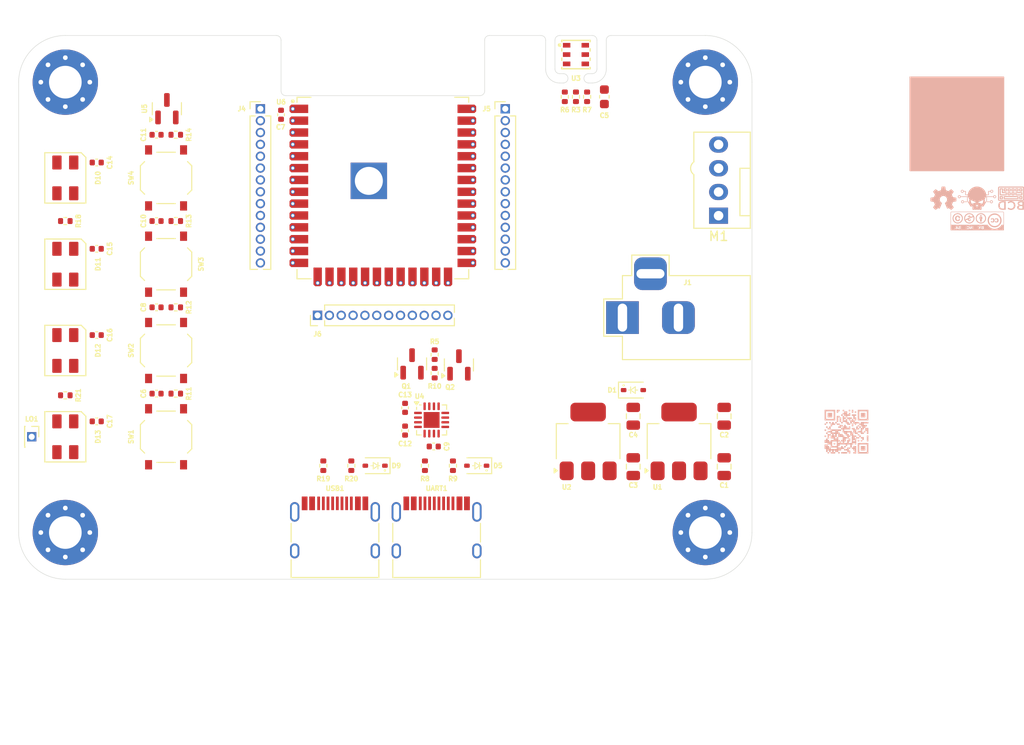
<source format=kicad_pcb>
(kicad_pcb (version 20240108) (generator "pcbnew") (generator_version "8.0")
  (title_block (rev "1") (company "Beaupré Circuit Design"))
  (layers (0 "F.Cu" mixed) (1 "In1.Cu" mixed) (2 "In2.Cu" mixed) (31 "B.Cu" mixed) (34 "B.Paste" user) (35 "F.Paste" user) (36 "B.SilkS" user "B.Silkscreen") (37 "F.SilkS" user "F.Silkscreen") (38 "B.Mask" user) (39 "F.Mask" user) (44 "Edge.Cuts" user))
  (net 0 "")
  (net 1 "GND")
  (net 2 "+12V")
  (net 3 "+5V")
  (net 4 "VCC")
  (net 5 "3V3")
  (net 6 "/GPIO^{0}")
  (net 7 "/GPIO^{13}")
  (net 8 "Net-(U4-V^{3})")
  (net 9 "/GPIO^{12}")
  (net 10 "/~{RESET}")
  (net 11 "V^{UART}")
  (net 12 "V^{USB}")
  (net 13 "Net-(D11-D^{out})")
  (net 14 "Net-(D12-D^{out})")
  (net 15 "/GPIO^{17}")
  (net 16 "/GPIO^{46}")
  (net 17 "/GPIO^{3}")
  (net 18 "/GPIO^{10}")
  (net 19 "/GPIO^{9}")
  (net 20 "/GPIO^{18}")
  (net 21 "/GPIO^{4}")
  (net 22 "/GPIO^{11}")
  (net 23 "/GPIO^{8}")
  (net 24 "/GPIO^{16}")
  (net 25 "/GPIO^{7}")
  (net 26 "/GPIO^{15}")
  (net 27 "/GPIO^{14}")
  (net 28 "/GPIO^{5}")
  (net 29 "/GPIO^{6}")
  (net 30 "/GPIO^{38}")
  (net 31 "/GPIO^{36}")
  (net 32 "/GPIO^{47}")
  (net 33 "/GPIO^{2}")
  (net 34 "/USB_D-")
  (net 35 "/GPIO^{48}")
  (net 36 "/GPIO^{1}")
  (net 37 "/GPIO^{42}")
  (net 38 "/GPIO^{35}")
  (net 39 "/TX^{D}")
  (net 40 "/GPIO^{21}")
  (net 41 "/GPIO^{45}")
  (net 42 "/GPIO^{39}")
  (net 43 "/GPIO^{40}")
  (net 44 "/GPIO^{41}")
  (net 45 "/USB_D+")
  (net 46 "/GPIO^{37}")
  (net 47 "/RX^{D}")
  (net 48 "Net-(LO1-Pin_1)")
  (net 49 "/~{RTS}")
  (net 50 "Net-(Q1-B)")
  (net 51 "Net-(Q2-B)")
  (net 52 "/~{DTR}")
  (net 53 "Net-(U3-VDD)")
  (net 54 "Net-(UART1-CC1)")
  (net 55 "Net-(UART1-CC2)")
  (net 56 "Net-(USB1-CC1)")
  (net 57 "Net-(USB1-CC2)")
  (net 60 "/UART_D-")
  (net 63 "/UART_D+")
  (net 71 "Net-(D10-D^{out})")
  (net 72 "Net-(D10-D^{in})")
  (net 73 "Net-(D13-D^{out})")
  (net 74 "Net-(U5-~{Reset})")
  (footprint "OPSCO_Optoelectronics:SK6812MINI-HS" (layer "F.Cu") (at 100.92 72.261 -90)
    (property "Reference" "D10" (at 0 -3.5 -90) (layer "F.SilkS") (effects (font (size 0.5 0.5) (thickness 0.125))))
    (property "Value" "SK6812MINI-HS")
    (pad "1" smd roundrect (at -1.65 -0.9 270) (size 1.5 1) (layers "F.Cu" "F.Paste" "F.Mask") (roundrect_rratio 0.1) (net 5 "3V3"))
    (pad "2" smd roundrect (at -1.65 0.9 270) (size 1.5 1) (layers "F.Cu" "F.Paste" "F.Mask") (roundrect_rratio 0.1) (net 71 "Net-(D10-D^{out})"))
    (pad "3" smd roundrect (at 1.65 0.9 270) (size 1.5 1) (layers "F.Cu" "F.Paste" "F.Mask") (roundrect_rratio 0.1) (net 1 "GND"))
    (pad "4" smd roundrect (at 1.65 -0.9 270) (size 1.5 1) (layers "F.Cu" "F.Paste" "F.Mask") (roundrect_rratio 0.1) (net 72 "Net-(D10-D^{in})"))
  )
  (footprint "MountingHole:MountingHole_3.5mm_Pad_Via" (layer "F.Cu") (at 169.5 62 180)
    (property "Reference" "H3" (hide yes))
    (property "Value" "MountingHole_Pad")
    (pad "1" thru_hole circle (at -2.625 0 180) (size 0.8 0.8) (drill 0.5) (layers "*.Cu" "*.Mask") (net 1 "GND"))
    (pad "1" thru_hole circle (at -1.856155 -1.856155 180) (size 0.8 0.8) (drill 0.5) (layers "*.Cu" "*.Mask") (net 1 "GND"))
    (pad "1" thru_hole circle (at -1.856155 1.856155 180) (size 0.8 0.8) (drill 0.5) (layers "*.Cu" "*.Mask") (net 1 "GND"))
    (pad "1" thru_hole circle (at 0 -2.625 180) (size 0.8 0.8) (drill 0.5) (layers "*.Cu" "*.Mask") (net 1 "GND"))
    (pad "1" thru_hole circle (at 0 0 180) (size 7 7) (drill 3.5) (layers "*.Cu" "*.Mask") (net 1 "GND"))
    (pad "1" thru_hole circle (at 0 2.625 180) (size 0.8 0.8) (drill 0.5) (layers "*.Cu" "*.Mask") (net 1 "GND"))
    (pad "1" thru_hole circle (at 1.856155 -1.856155 180) (size 0.8 0.8) (drill 0.5) (layers "*.Cu" "*.Mask") (net 1 "GND"))
    (pad "1" thru_hole circle (at 1.856155 1.856155 180) (size 0.8 0.8) (drill 0.5) (layers "*.Cu" "*.Mask") (net 1 "GND"))
    (pad "1" thru_hole circle (at 2.625 0 180) (size 0.8 0.8) (drill 0.5) (layers "*.Cu" "*.Mask") (net 1 "GND"))
  )
  (footprint "Diode_SMD_Symbol:D_SOD-323" (layer "F.Cu") (at 145.0058 103.10078 180)
    (property "Reference" "D5" (at -1.7 0 0) (layer "F.SilkS") (effects (font (size 0.5 0.5) (thickness 0.125)) (justify left)))
    (property "Value" "1N5819WS")
    (pad "1" smd roundrect (at -1.05 0 180) (size 0.6 0.45) (layers "F.Cu" "F.Paste" "F.Mask") (net 4 "VCC"))
    (pad "2" smd roundrect (at 1.05 0 180) (size 0.6 0.45) (layers "F.Cu" "F.Paste" "F.Mask") (net 11 "V^{UART}"))
  )
  (footprint "Resistor_SMD:R_0402_1005Metric" (layer "F.Cu") (at 112.755 86.13 180)
    (property "Reference" "R12" (at -1.4 0 90) (layer "F.SilkS") (effects (font (size 0.5 0.5) (thickness 0.125))))
    (property "Value" "10kΩ")
    (pad "1" smd roundrect (at -0.51 0 180) (size 0.54 0.64) (layers "F.Cu" "F.Paste" "F.Mask") (net 5 "3V3"))
    (pad "2" smd roundrect (at 0.51 0 180) (size 0.54 0.64) (layers "F.Cu" "F.Paste" "F.Mask") (net 7 "/GPIO^{13}"))
  )
  (footprint "Guangzhou_Aosong_Electronic_Co:AHT20" (layer "F.Cu") (at 155.6375 59.045 180)
    (property "Reference" "U3" (at 0 -2.545 0) (layer "F.SilkS") (effects (font (size 0.5 0.5) (thickness 0.125))))
    (property "Value" "AHT20")
    (pad "1" smd rect (at 1 1) (size 0.8 0.5) (layers "F.Cu" "F.Paste" "F.Mask"))
    (pad "2" smd rect (at 1 0) (size 0.8 0.5) (layers "F.Cu" "F.Paste" "F.Mask") (net 53 "Net-(U3-VDD)"))
    (pad "3" smd rect (at 1 -1) (size 0.8 0.5) (layers "F.Cu" "F.Paste" "F.Mask") (net 43 "/GPIO^{40}"))
    (pad "4" smd rect (at -1 -1) (size 0.8 0.5) (layers "F.Cu" "F.Paste" "F.Mask") (net 44 "/GPIO^{41}"))
    (pad "5" smd rect (at -1 0) (size 0.8 0.5) (layers "F.Cu" "F.Paste" "F.Mask") (net 1 "GND"))
    (pad "6" smd rect (at -1 1) (size 0.8 0.5) (layers "F.Cu" "F.Paste" "F.Mask"))
  )
  (footprint "Resistor_SMD:R_0402_1005Metric" (layer "F.Cu") (at 100.92 95.556 180)
    (property "Reference" "R21" (at -1.4 0 90) (layer "F.SilkS") (effects (font (size 0.5 0.5) (thickness 0.125))))
    (property "Value" "510Ω")
    (pad "1" smd roundrect (at -0.51 0 180) (size 0.54 0.64) (layers "F.Cu" "F.Paste" "F.Mask") (net 48 "Net-(LO1-Pin_1)"))
    (pad "2" smd roundrect (at 0.51 0 180) (size 0.54 0.64) (layers "F.Cu" "F.Paste" "F.Mask") (net 73 "Net-(D13-D^{out})"))
  )
  (footprint "ESP32-S3-FanMonitor:FanPinHeader_1x04_P2.54mm_Vertical" (layer "F.Cu") (at 170.92 76.3092 90)
    (property "Reference" "M1" (at -2.2 0 180) (layer "F.SilkS"))
    (property "Value" "Fan_4pin")
    (pad "" np_thru_hole circle (at 5.08 -2.16 180) (size 1.1 1.1) (drill 1.1) (layers "*.Cu" "*.Mask"))
    (pad "1" thru_hole rect (at 0 0 180) (size 2.03 1.73) (drill 1.02) (layers "*.Cu" "*.Mask") (net 1 "GND"))
    (pad "2" thru_hole oval (at 2.54 0 180) (size 2.03 1.73) (drill 1.02) (layers "*.Cu" "*.Mask") (net 2 "+12V"))
    (pad "3" thru_hole oval (at 5.08 0 180) (size 2.03 1.73) (drill 1.02) (layers "*.Cu" "*.Mask") (net 33 "/GPIO^{2}"))
    (pad "4" thru_hole oval (at 7.62 0 180) (size 2.03 1.73) (drill 1.02) (layers "*.Cu" "*.Mask") (net 36 "/GPIO^{1}"))
  )
  (footprint "Resistor_SMD:R_0402_1005Metric" (layer "F.Cu") (at 154.4435 63.57 90)
    (property "Reference" "R6" (at -1.4 0 180) (layer "F.SilkS") (effects (font (size 0.5 0.5) (thickness 0.125))))
    (property "Value" "4K7Ω")
    (pad "1" smd roundrect (at -0.51 0 90) (size 0.54 0.64) (layers "F.Cu" "F.Paste" "F.Mask") (net 5 "3V3"))
    (pad "2" smd roundrect (at 0.51 0 90) (size 0.54 0.64) (layers "F.Cu" "F.Paste" "F.Mask") (net 43 "/GPIO^{40}"))
  )
  (footprint "Capacitor_SMD:C_0402_1005Metric" (layer "F.Cu") (at 110.695 95.376)
    (property "Reference" "C6" (at -1.4 0 90) (layer "F.SilkS") (effects (font (size 0.5 0.5) (thickness 0.125))))
    (property "Value" "100nF")
    (pad "1" smd roundrect (at -0.48 0) (size 0.56 0.62) (layers "F.Cu" "F.Paste" "F.Mask") (net 1 "GND"))
    (pad "2" smd roundrect (at 0.48 0) (size 0.56 0.62) (layers "F.Cu" "F.Paste" "F.Mask") (net 9 "/GPIO^{12}"))
  )
  (footprint "Diode_SMD_Symbol:D_SOD-323" (layer "F.Cu") (at 134.1158 103.10078 180)
    (property "Reference" "D9" (at -1.7 0 180) (layer "F.SilkS") (effects (font (size 0.5 0.5) (thickness 0.125)) (justify left)))
    (property "Value" "1N5819WS")
    (pad "1" smd roundrect (at -1.05 0 180) (size 0.6 0.45) (layers "F.Cu" "F.Paste" "F.Mask") (net 4 "VCC"))
    (pad "2" smd roundrect (at 1.05 0 180) (size 0.6 0.45) (layers "F.Cu" "F.Paste" "F.Mask") (net 12 "V^{USB}"))
  )
  (footprint "Connector_PinHeader_1.27mm:PinHeader_1x12_P1.27mm_Vertical" (layer "F.Cu") (at 127.945 86.98812 90)
    (property "Reference" "J6" (at -2 0 180) (layer "F.SilkS") (effects (font (size 0.5 0.5) (thickness 0.125))))
    (property "Value" "Conn_01x12")
    (pad "1" thru_hole rect (at 0 0 90) (size 1 1) (drill 0.65) (layers "*.Cu" "*.Mask") (net 17 "/GPIO^{3}"))
    (pad "2" thru_hole oval (at 0 1.27 90) (size 1 1) (drill 0.65) (layers "*.Cu" "*.Mask") (net 16 "/GPIO^{46}"))
    (pad "3" thru_hole oval (at 0 2.54 90) (size 1 1) (drill 0.65) (layers "*.Cu" "*.Mask") (net 19 "/GPIO^{9}"))
    (pad "4" thru_hole oval (at 0 3.81 90) (size 1 1) (drill 0.65) (layers "*.Cu" "*.Mask") (net 18 "/GPIO^{10}"))
    (pad "5" thru_hole oval (at 0 5.08 90) (size 1 1) (drill 0.65) (layers "*.Cu" "*.Mask") (net 22 "/GPIO^{11}"))
    (pad "6" thru_hole oval (at 0 6.35 90) (size 1 1) (drill 0.65) (layers "*.Cu" "*.Mask") (net 9 "/GPIO^{12}"))
    (pad "7" thru_hole oval (at 0 7.62 90) (size 1 1) (drill 0.65) (layers "*.Cu" "*.Mask") (net 7 "/GPIO^{13}"))
    (pad "8" thru_hole oval (at 0 8.89 90) (size 1 1) (drill 0.65) (layers "*.Cu" "*.Mask") (net 27 "/GPIO^{14}"))
    (pad "9" thru_hole oval (at 0 10.16 90) (size 1 1) (drill 0.65) (layers "*.Cu" "*.Mask") (net 40 "/GPIO^{21}"))
    (pad "10" thru_hole oval (at 0 11.43 90) (size 1 1) (drill 0.65) (layers "*.Cu" "*.Mask") (net 32 "/GPIO^{47}"))
    (pad "11" thru_hole oval (at 0 12.7 90) (size 1 1) (drill 0.65) (layers "*.Cu" "*.Mask") (net 35 "/GPIO^{48}"))
    (pad "12" thru_hole oval (at 0 13.97 90) (size 1 1) (drill 0.65) (layers "*.Cu" "*.Mask") (net 41 "/GPIO^{45}"))
  )
  (footprint "Espressif_HandSoldering:ESP32-S3-WROOM-1_HandSoldering" (layer "F.Cu") (at 134.945 70.11812)
    (property "Reference" "U6" (at -10.91 -6.28625 0) (layer "F.SilkS") (effects (font (size 0.5 0.5) (thickness 0.125) (bold yes)) (justify top)))
    (property "Value" "ESP32-S3-WROOM-1")
    (pad "1" thru_hole circle (at -9.652 -5.26) (size 0.45 0.45) (drill 0.3) (layers "*.Cu" "*.Mask") (net 1 "GND"))
    (pad "1" smd roundrect (at -9 -5.26) (size 2 0.9) (layers "F.Cu" "F.Paste" "F.Mask") (roundrect_rratio 0) (chamfer_ratio 0.2) (chamfer top_left bottom_left) (net 1 "GND"))
    (pad "2" thru_hole circle (at -9.652 -3.99) (size 0.45 0.45) (drill 0.3) (layers "*.Cu" "*.Mask") (net 5 "3V3"))
    (pad "2" smd roundrect (at -9 -3.99) (size 2 0.9) (layers "F.Cu" "F.Paste" "F.Mask") (roundrect_rratio 0) (chamfer_ratio 0.2) (chamfer top_left bottom_left) (net 5 "3V3"))
    (pad "3" thru_hole circle (at -9.652 -2.72) (size 0.45 0.45) (drill 0.3) (layers "*.Cu" "*.Mask") (net 10 "/~{RESET}"))
    (pad "3" smd roundrect (at -9 -2.72) (size 2 0.9) (layers "F.Cu" "F.Paste" "F.Mask") (roundrect_rratio 0) (chamfer_ratio 0.2) (chamfer top_left bottom_left) (net 10 "/~{RESET}"))
    (pad "4" thru_hole circle (at -9.652 -1.45) (size 0.45 0.45) (drill 0.3) (layers "*.Cu" "*.Mask") (net 21 "/GPIO^{4}"))
    (pad "4" smd roundrect (at -9 -1.45) (size 2 0.9) (layers "F.Cu" "F.Paste" "F.Mask") (roundrect_rratio 0) (chamfer_ratio 0.2) (chamfer top_left bottom_left) (net 21 "/GPIO^{4}"))
    (pad "5" thru_hole circle (at -9.652 -0.18) (size 0.45 0.45) (drill 0.3) (layers "*.Cu" "*.Mask") (net 28 "/GPIO^{5}"))
    (pad "5" smd roundrect (at -9 -0.18) (size 2 0.9) (layers "F.Cu" "F.Paste" "F.Mask") (roundrect_rratio 0) (chamfer_ratio 0.2) (chamfer top_left bottom_left) (net 28 "/GPIO^{5}"))
    (pad "6" thru_hole circle (at -9.652 1.09) (size 0.45 0.45) (drill 0.3) (layers "*.Cu" "*.Mask") (net 29 "/GPIO^{6}"))
    (pad "6" smd roundrect (at -9 1.09) (size 2 0.9) (layers "F.Cu" "F.Paste" "F.Mask") (roundrect_rratio 0) (chamfer_ratio 0.2) (chamfer top_left bottom_left) (net 29 "/GPIO^{6}"))
    (pad "7" thru_hole circle (at -9.652 2.36) (size 0.45 0.45) (drill 0.3) (layers "*.Cu" "*.Mask") (net 25 "/GPIO^{7}"))
    (pad "7" smd roundrect (at -9 2.36) (size 2 0.9) (layers "F.Cu" "F.Paste" "F.Mask") (roundrect_rratio 0) (chamfer_ratio 0.2) (chamfer top_left bottom_left) (net 25 "/GPIO^{7}"))
    (pad "8" thru_hole circle (at -9.652 3.63) (size 0.45 0.45) (drill 0.3) (layers "*.Cu" "*.Mask") (net 26 "/GPIO^{15}"))
    (pad "8" smd roundrect (at -9 3.63) (size 2 0.9) (layers "F.Cu" "F.Paste" "F.Mask") (roundrect_rratio 0) (chamfer_ratio 0.2) (chamfer top_left bottom_left) (net 26 "/GPIO^{15}"))
    (pad "9" thru_hole circle (at -9.652 4.9) (size 0.45 0.45) (drill 0.3) (layers "*.Cu" "*.Mask") (net 24 "/GPIO^{16}"))
    (pad "9" smd roundrect (at -9 4.9) (size 2 0.9) (layers "F.Cu" "F.Paste" "F.Mask") (roundrect_rratio 0) (chamfer_ratio 0.2) (chamfer top_left bottom_left) (net 24 "/GPIO^{16}"))
    (pad "10" thru_hole circle (at -9.652 6.17) (size 0.45 0.45) (drill 0.3) (layers "*.Cu" "*.Mask") (net 15 "/GPIO^{17}"))
    (pad "10" smd roundrect (at -9 6.17) (size 2 0.9) (layers "F.Cu" "F.Paste" "F.Mask") (roundrect_rratio 0) (chamfer_ratio 0.2) (chamfer top_left bottom_left) (net 15 "/GPIO^{17}"))
    (pad "11" thru_hole circle (at -9.652 7.44) (size 0.45 0.45) (drill 0.3) (layers "*.Cu" "*.Mask") (net 20 "/GPIO^{18}"))
    (pad "11" smd roundrect (at -9 7.44) (size 2 0.9) (layers "F.Cu" "F.Paste" "F.Mask") (roundrect_rratio 0) (chamfer_ratio 0.2) (chamfer top_left bottom_left) (net 20 "/GPIO^{18}"))
    (pad "12" thru_hole circle (at -9.652 8.71) (size 0.45 0.45) (drill 0.3) (layers "*.Cu" "*.Mask") (net 23 "/GPIO^{8}"))
    (pad "12" smd roundrect (at -9 8.71) (size 2 0.9) (layers "F.Cu" "F.Paste" "F.Mask") (roundrect_rratio 0) (chamfer_ratio 0.2) (chamfer top_left bottom_left) (net 23 "/GPIO^{8}"))
    (pad "13" thru_hole circle (at -9.652 9.98) (size 0.45 0.45) (drill 0.3) (layers "*.Cu" "*.Mask") (net 34 "/USB_D-"))
    (pad "13" smd roundrect (at -9 9.98) (size 2 0.9) (layers "F.Cu" "F.Paste" "F.Mask") (roundrect_rratio 0) (chamfer_ratio 0.2) (chamfer top_left bottom_left) (net 34 "/USB_D-"))
    (pad "14" thru_hole circle (at -9.652 11.25) (size 0.45 0.45) (drill 0.3) (layers "*.Cu" "*.Mask") (net 45 "/USB_D+"))
    (pad "14" smd roundrect (at -9 11.25) (size 2 0.9) (layers "F.Cu" "F.Paste" "F.Mask") (roundrect_rratio 0) (chamfer_ratio 0.2) (chamfer top_left bottom_left) (net 45 "/USB_D+"))
    (pad "15" smd roundrect (at -6.985 12.75 90) (size 2 0.9) (layers "F.Cu" "F.Paste" "F.Mask") (roundrect_rratio 0) (chamfer_ratio 0.2) (chamfer top_left bottom_left) (net 17 "/GPIO^{3}"))
    (pad "15" thru_hole circle (at -6.985 13.402) (size 0.45 0.45) (drill 0.3) (layers "*.Cu" "*.Mask") (net 17 "/GPIO^{3}"))
    (pad "16" smd roundrect (at -5.715 12.75 90) (size 2 0.9) (layers "F.Cu" "F.Paste" "F.Mask") (roundrect_rratio 0) (chamfer_ratio 0.2) (chamfer top_left bottom_left) (net 16 "/GPIO^{46}"))
    (pad "16" thru_hole circle (at -5.715 13.402) (size 0.45 0.45) (drill 0.3) (layers "*.Cu" "*.Mask") (net 16 "/GPIO^{46}"))
    (pad "17" smd roundrect (at -4.445 12.75 90) (size 2 0.9) (layers "F.Cu" "F.Paste" "F.Mask") (roundrect_rratio 0) (chamfer_ratio 0.2) (chamfer top_left bottom_left) (net 19 "/GPIO^{9}"))
    (pad "17" thru_hole circle (at -4.445 13.402) (size 0.45 0.45) (drill 0.3) (layers "*.Cu" "*.Mask") (net 19 "/GPIO^{9}"))
    (pad "18" smd roundrect (at -3.175 12.75 90) (size 2 0.9) (layers "F.Cu" "F.Paste" "F.Mask") (roundrect_rratio 0) (chamfer_ratio 0.2) (chamfer top_left bottom_left) (net 18 "/GPIO^{10}"))
    (pad "18" thru_hole circle (at -3.175 13.402) (size 0.45 0.45) (drill 0.3) (layers "*.Cu" "*.Mask") (net 18 "/GPIO^{10}"))
    (pad "19" smd roundrect (at -1.905 12.75 90) (size 2 0.9) (layers "F.Cu" "F.Paste" "F.Mask") (roundrect_rratio 0) (chamfer_ratio 0.2) (chamfer top_left bottom_left) (net 22 "/GPIO^{11}"))
    (pad "19" thru_hole circle (at -1.905 13.402) (size 0.45 0.45) (drill 0.3) (layers "*.Cu" "*.Mask") (net 22 "/GPIO^{11}"))
    (pad "20" smd roundrect (at -0.635 12.75 90) (size 2 0.9) (layers "F.Cu" "F.Paste" "F.Mask") (roundrect_rratio 0) (chamfer_ratio 0.2) (chamfer top_left bottom_left) (net 9 "/GPIO^{12}"))
    (pad "20" thru_hole circle (at -0.635 13.402) (size 0.45 0.45) (drill 0.3) (layers "*.Cu" "*.Mask") (net 9 "/GPIO^{12}"))
    (pad "21" smd roundrect (at 0.635 12.75 90) (size 2 0.9) (layers "F.Cu" "F.Paste" "F.Mask") (roundrect_rratio 0) (chamfer_ratio 0.2) (chamfer top_left bottom_left) (net 7 "/GPIO^{13}"))
    (pad "21" thru_hole circle (at 0.635 13.402) (size 0.45 0.45) (drill 0.3) (layers "*.Cu" "*.Mask") (net 7 "/GPIO^{13}"))
    (pad "22" smd roundrect (at 1.905 12.75 90) (size 2 0.9) (layers "F.Cu" "F.Paste" "F.Mask") (roundrect_rratio 0) (chamfer_ratio 0.2) (chamfer top_left bottom_left) (net 27 "/GPIO^{14}"))
    (pad "22" thru_hole circle (at 1.905 13.402) (size 0.45 0.45) (drill 0.3) (layers "*.Cu" "*.Mask") (net 27 "/GPIO^{14}"))
    (pad "23" smd roundrect (at 3.175 12.75 90) (size 2 0.9) (layers "F.Cu" "F.Paste" "F.Mask") (roundrect_rratio 0) (chamfer_ratio 0.2) (chamfer top_left bottom_left) (net 40 "/GPIO^{21}"))
    (pad "23" thru_hole circle (at 3.175 13.402) (size 0.45 0.45) (drill 0.3) (layers "*.Cu" "*.Mask") (net 40 "/GPIO^{21}"))
    (pad "24" smd roundrect (at 4.445 12.75 90) (size 2 0.9) (layers "F.Cu" "F.Paste" "F.Mask") (roundrect_rratio 0) (chamfer_ratio 0.2) (chamfer top_left bottom_left) (net 32 "/GPIO^{47}"))
    (pad "24" thru_hole circle (at 4.445 13.402) (size 0.45 0.45) (drill 0.3) (layers "*.Cu" "*.Mask") (net 32 "/GPIO^{47}"))
    (pad "25" smd roundrect (at 5.715 12.75 90) (size 2 0.9) (layers "F.Cu" "F.Paste" "F.Mask") (roundrect_rratio 0) (chamfer_ratio 0.2) (chamfer top_left bottom_left) (net 35 "/GPIO^{48}"))
    (pad "25" thru_hole circle (at 5.715 13.402) (size 0.45 0.45) (drill 0.3) (layers "*.Cu" "*.Mask") (net 35 "/GPIO^{48}"))
    (pad "26" smd roundrect (at 6.985 12.75 90) (size 2 0.9) (layers "F.Cu" "F.Paste" "F.Mask") (roundrect_rratio 0) (chamfer_ratio 0.2) (chamfer top_left bottom_left) (net 41 "/GPIO^{45}"))
    (pad "26" thru_hole circle (at 6.985 13.402) (size 0.45 0.45) (drill 0.3) (layers "*.Cu" "*.Mask") (net 41 "/GPIO^{45}"))
    (pad "27" smd roundrect (at 9 11.25 180) (size 2 0.9) (layers "F.Cu" "F.Paste" "F.Mask") (roundrect_rratio 0) (chamfer_ratio 0.2) (chamfer top_left bottom_left) (net 6 "/GPIO^{0}"))
    (pad "27" thru_hole circle (at 9.652 11.25) (size 0.45 0.45) (drill 0.3) (layers "*.Cu" "*.Mask") (net 6 "/GPIO^{0}"))
    (pad "28" smd roundrect (at 9 9.98 180) (size 2 0.9) (layers "F.Cu" "F.Paste" "F.Mask") (roundrect_rratio 0) (chamfer_ratio 0.2) (chamfer top_left bottom_left) (net 38 "/GPIO^{35}"))
    (pad "28" thru_hole circle (at 9.652 9.98) (size 0.45 0.45) (drill 0.3) (layers "*.Cu" "*.Mask") (net 38 "/GPIO^{35}"))
    (pad "29" smd roundrect (at 9 8.71 180) (size 2 0.9) (layers "F.Cu" "F.Paste" "F.Mask") (roundrect_rratio 0) (chamfer_ratio 0.2) (chamfer top_left bottom_left) (net 31 "/GPIO^{36}"))
    (pad "29" thru_hole circle (at 9.652 8.71) (size 0.45 0.45) (drill 0.3) (layers "*.Cu" "*.Mask") (net 31 "/GPIO^{36}"))
    (pad "30" smd roundrect (at 9 7.44 180) (size 2 0.9) (layers "F.Cu" "F.Paste" "F.Mask") (roundrect_rratio 0) (chamfer_ratio 0.2) (chamfer top_left bottom_left) (net 46 "/GPIO^{37}"))
    (pad "30" thru_hole circle (at 9.652 7.44) (size 0.45 0.45) (drill 0.3) (layers "*.Cu" "*.Mask") (net 46 "/GPIO^{37}"))
    (pad "31" smd roundrect (at 9 6.17 180) (size 2 0.9) (layers "F.Cu" "F.Paste" "F.Mask") (roundrect_rratio 0) (chamfer_ratio 0.2) (chamfer top_left bottom_left) (net 30 "/GPIO^{38}"))
    (pad "31" thru_hole circle (at 9.652 6.17) (size 0.45 0.45) (drill 0.3) (layers "*.Cu" "*.Mask") (net 30 "/GPIO^{38}"))
    (pad "32" smd roundrect (at 9 4.9 180) (size 2 0.9) (layers "F.Cu" "F.Paste" "F.Mask") (roundrect_rratio 0) (chamfer_ratio 0.2) (chamfer top_left bottom_left) (net 42 "/GPIO^{39}"))
    (pad "32" thru_hole circle (at 9.652 4.9) (size 0.45 0.45) (drill 0.3) (layers "*.Cu" "*.Mask") (net 42 "/GPIO^{39}"))
    (pad "33" smd roundrect (at 9 3.63 180) (size 2 0.9) (layers "F.Cu" "F.Paste" "F.Mask") (roundrect_rratio 0) (chamfer_ratio 0.2) (chamfer top_left bottom_left) (net 43 "/GPIO^{40}"))
    (pad "33" thru_hole circle (at 9.652 3.63) (size 0.45 0.45) (drill 0.3) (layers "*.Cu" "*.Mask") (net 43 "/GPIO^{40}"))
    (pad "34" smd roundrect (at 9 2.36 180) (size 2 0.9) (layers "F.Cu" "F.Paste" "F.Mask") (roundrect_rratio 0) (chamfer_ratio 0.2) (chamfer top_left bottom_left) (net 44 "/GPIO^{41}"))
    (pad "34" thru_hole circle (at 9.652 2.36) (size 0.45 0.45) (drill 0.3) (layers "*.Cu" "*.Mask") (net 44 "/GPIO^{41}"))
    (pad "35" smd roundrect (at 9 1.09 180) (size 2 0.9) (layers "F.Cu" "F.Paste" "F.Mask") (roundrect_rratio 0) (chamfer_ratio 0.2) (chamfer top_left bottom_left) (net 37 "/GPIO^{42}"))
    (pad "35" thru_hole circle (at 9.652 1.09) (size 0.45 0.45) (drill 0.3) (layers "*.Cu" "*.Mask") (net 37 "/GPIO^{42}"))
    (pad "36" smd roundrect (at 9 -0.18 180) (size 2 0.9) (layers "F.Cu" "F.Paste" "F.Mask") (roundrect_rratio 0) (chamfer_ratio 0.2) (chamfer top_left bottom_left) (net 47 "/RX^{D}"))
    (pad "36" thru_hole circle (at 9.652 -0.18) (size 0.45 0.45) (drill 0.3) (layers "*.Cu" "*.Mask") (net 47 "/RX^{D}"))
    (pad "37" smd roundrect (at 9 -1.45 180) (size 2 0.9) (layers "F.Cu" "F.Paste" "F.Mask") (roundrect_rratio 0) (chamfer_ratio 0.2) (chamfer top_left bottom_left) (net 39 "/TX^{D}"))
    (pad "37" thru_hole circle (at 9.652 -1.45) (size 0.45 0.45) (drill 0.3) (layers "*.Cu" "*.Mask") (net 39 "/TX^{D}"))
    (pad "38" smd roundrect (at 9 -2.72 180) (size 2 0.9) (layers "F.Cu" "F.Paste" "F.Mask") (roundrect_rratio 0) (chamfer_ratio 0.2) (chamfer top_left bottom_left) (net 33 "/GPIO^{2}"))
    (pad "38" thru_hole circle (at 9.652 -2.72) (size 0.45 0.45) (drill 0.3) (layers "*.Cu" "*.Mask") (net 33 "/GPIO^{2}"))
    (pad "39" smd roundrect (at 9 -3.99 180) (size 2 0.9) (layers "F.Cu" "F.Paste" "F.Mask") (roundrect_rratio 0) (chamfer_ratio 0.2) (chamfer top_left bottom_left) (net 36 "/GPIO^{1}"))
    (pad "39" thru_hole circle (at 9.652 -3.99) (size 0.45 0.45) (drill 0.3) (layers "*.Cu" "*.Mask") (net 36 "/GPIO^{1}"))
    (pad "40" smd roundrect (at 9 -5.26 180) (size 2 0.9) (layers "F.Cu" "F.Paste" "F.Mask") (roundrect_rratio 0) (chamfer_ratio 0.2) (chamfer top_left bottom_left) (net 1 "GND"))
    (pad "40" thru_hole circle (at 9.652 -5.26) (size 0.45 0.45) (drill 0.3) (layers "*.Cu" "*.Mask") (net 1 "GND"))
    (pad "41" thru_hole circle (at -1.5 2.46) (size 3.5 3.5) (drill 3) (layers "*.Cu" "*.Mask") (net 1 "GND"))
    (pad "41" smd rect (at -1.5 2.46 270) (size 3.9 3.9) (layers "F.Cu" "F.Mask") (net 1 "GND"))
    (pad "41" smd rect (at -1.5 2.46 90) (size 3.9 3.9) (layers "B.Cu" "B.Mask") (net 1 "GND"))
  )
  (footprint "Resistor_SMD:R_0402_1005Metric" (layer "F.Cu") (at 131.5658 103.10078 90)
    (property "Reference" "R20" (at -1.4 0 0) (layer "F.SilkS") (effects (font (size 0.5 0.5) (thickness 0.125))))
    (property "Value" "5.1kΩ")
    (pad "1" smd roundrect (at -0.51 0 90) (size 0.54 0.64) (layers "F.Cu" "F.Paste" "F.Mask") (net 57 "Net-(USB1-CC2)"))
    (pad "2" smd roundrect (at 0.51 0 90) (size 0.54 0.64) (layers "F.Cu" "F.Paste" "F.Mask") (net 1 "GND"))
  )
  (footprint "Resistor_SMD:R_0402_1005Metric" (layer "F.Cu") (at 156.8315 63.57 90)
    (property "Reference" "R7" (at -1.4 0 180) (layer "F.SilkS") (effects (font (size 0.5 0.5) (thickness 0.125))))
    (property "Value" "4K7Ω")
    (pad "1" smd roundrect (at -0.51 0 90) (size 0.54 0.64) (layers "F.Cu" "F.Paste" "F.Mask") (net 5 "3V3"))
    (pad "2" smd roundrect (at 0.51 0 90) (size 0.54 0.64) (layers "F.Cu" "F.Paste" "F.Mask") (net 44 "/GPIO^{41}"))
  )
  (footprint "Capacitor_SMD:C_0805_2012Metric" (layer "F.Cu") (at 161.777 97.801625 90)
    (property "Reference" "C4" (at -2 0 0) (layer "F.SilkS") (effects (font (size 0.5 0.5) (thickness 0.125))))
    (property "Value" "22uF")
    (pad "1" smd roundrect (at -0.95 0 90) (size 1 1.45) (layers "F.Cu" "F.Paste" "F.Mask") (net 1 "GND"))
    (pad "2" smd roundrect (at 0.95 0 90) (size 1 1.45) (layers "F.Cu" "F.Paste" "F.Mask") (net 5 "3V3"))
  )
  (footprint "Connector_USB_3D:USB_C_Receptacle_HRO_TYPE-C-31-M-12" (layer "F.Cu") (at 140.7058 111.18)
    (property "Reference" "UART1" (at 0 -5.645 0) (layer "F.SilkS") (effects (font (size 0.5 0.5) (thickness 0.125))))
    (property "Value" "UART")
    (pad "" np_thru_hole circle (at -2.89 -2.6) (size 0.65 0.65) (drill 0.65) (layers "*.Cu" "*.Mask"))
    (pad "" np_thru_hole circle (at 2.89 -2.6) (size 0.65 0.65) (drill 0.65) (layers "*.Cu" "*.Mask"))
    (pad "A1" smd rect (at -3.25 -4.045) (size 0.6 1.45) (layers "F.Cu" "F.Paste" "F.Mask") (net 1 "GND"))
    (pad "A4" smd rect (at -2.45 -4.045) (size 0.6 1.45) (layers "F.Cu" "F.Paste" "F.Mask") (net 11 "V^{UART}"))
    (pad "A5" smd rect (at -1.25 -4.045) (size 0.3 1.45) (layers "F.Cu" "F.Paste" "F.Mask") (net 54 "Net-(UART1-CC1)"))
    (pad "A6" smd rect (at -0.25 -4.045) (size 0.3 1.45) (layers "F.Cu" "F.Paste" "F.Mask") (net 63 "/UART_D+"))
    (pad "A7" smd rect (at 0.25 -4.045) (size 0.3 1.45) (layers "F.Cu" "F.Paste" "F.Mask") (net 60 "/UART_D-"))
    (pad "A8" smd rect (at 1.25 -4.045) (size 0.3 1.45) (layers "F.Cu" "F.Paste" "F.Mask"))
    (pad "A9" smd rect (at 2.45 -4.045) (size 0.6 1.45) (layers "F.Cu" "F.Paste" "F.Mask") (net 11 "V^{UART}"))
    (pad "A12" smd rect (at 3.25 -4.045) (size 0.6 1.45) (layers "F.Cu" "F.Paste" "F.Mask") (net 1 "GND"))
    (pad "B1" smd rect (at 3.25 -4.045) (size 0.6 1.45) (layers "F.Cu" "F.Paste" "F.Mask") (net 1 "GND"))
    (pad "B4" smd rect (at 2.45 -4.045) (size 0.6 1.45) (layers "F.Cu" "F.Paste" "F.Mask") (net 11 "V^{UART}"))
    (pad "B5" smd rect (at 1.75 -4.045) (size 0.3 1.45) (layers "F.Cu" "F.Paste" "F.Mask") (net 55 "Net-(UART1-CC2)"))
    (pad "B6" smd rect (at 0.75 -4.045) (size 0.3 1.45) (layers "F.Cu" "F.Paste" "F.Mask") (net 63 "/UART_D+"))
    (pad "B7" smd rect (at -0.75 -4.045) (size 0.3 1.45) (layers "F.Cu" "F.Paste" "F.Mask") (net 60 "/UART_D-"))
    (pad "B8" smd rect (at -1.75 -4.045) (size 0.3 1.45) (layers "F.Cu" "F.Paste" "F.Mask"))
    (pad "B9" smd rect (at -2.45 -4.045) (size 0.6 1.45) (layers "F.Cu" "F.Paste" "F.Mask") (net 11 "V^{UART}"))
    (pad "B12" smd rect (at -3.25 -4.045) (size 0.6 1.45) (layers "F.Cu" "F.Paste" "F.Mask") (net 1 "GND"))
    (pad "S1" thru_hole oval (at -4.32 -3.13) (size 1 2.1) (drill oval 0.6 1.7) (layers "*.Cu" "*.Mask") (net 1 "GND"))
    (pad "S1" thru_hole oval (at -4.32 1.05) (size 1 1.6) (drill oval 0.6 1.2) (layers "*.Cu" "*.Mask") (net 1 "GND"))
    (pad "S1" thru_hole oval (at 4.32 -3.13) (size 1 2.1) (drill oval 0.6 1.7) (layers "*.Cu" "*.Mask") (net 1 "GND"))
    (pad "S1" thru_hole oval (at 4.32 1.05) (size 1 1.6) (drill oval 0.6 1.2) (layers "*.Cu" "*.Mask") (net 1 "GND"))
  )
  (footprint "MountingHole:MountingHole_3.5mm_Pad_Via" (layer "F.Cu") (at 100.92 62 180)
    (property "Reference" "H4" (hide yes))
    (property "Value" "MountingHole_Pad")
    (pad "1" thru_hole circle (at -2.625 0 180) (size 0.8 0.8) (drill 0.5) (layers "*.Cu" "*.Mask") (net 1 "GND"))
    (pad "1" thru_hole circle (at -1.856155 -1.856155 180) (size 0.8 0.8) (drill 0.5) (layers "*.Cu" "*.Mask") (net 1 "GND"))
    (pad "1" thru_hole circle (at -1.856155 1.856155 180) (size 0.8 0.8) (drill 0.5) (layers "*.Cu" "*.Mask") (net 1 "GND"))
    (pad "1" thru_hole circle (at 0 -2.625 180) (size 0.8 0.8) (drill 0.5) (layers "*.Cu" "*.Mask") (net 1 "GND"))
    (pad "1" thru_hole circle (at 0 0 180) (size 7 7) (drill 3.5) (layers "*.Cu" "*.Mask") (net 1 "GND"))
    (pad "1" thru_hole circle (at 0 2.625 180) (size 0.8 0.8) (drill 0.5) (layers "*.Cu" "*.Mask") (net 1 "GND"))
    (pad "1" thru_hole circle (at 1.856155 -1.856155 180) (size 0.8 0.8) (drill 0.5) (layers "*.Cu" "*.Mask") (net 1 "GND"))
    (pad "1" thru_hole circle (at 1.856155 1.856155 180) (size 0.8 0.8) (drill 0.5) (layers "*.Cu" "*.Mask") (net 1 "GND"))
    (pad "1" thru_hole circle (at 2.625 0 180) (size 0.8 0.8) (drill 0.5) (layers "*.Cu" "*.Mask") (net 1 "GND"))
  )
  (footprint "Capacitor_SMD:C_0402_1005Metric" (layer "F.Cu") (at 104.285 79.857 180)
    (property "Reference" "C15" (at -1.4 0 90) (layer "F.SilkS") (effects (font (size 0.5 0.5) (thickness 0.125))))
    (property "Value" "100nF")
    (pad "1" smd roundrect (at -0.48 0 180) (size 0.56 0.62) (layers "F.Cu" "F.Paste" "F.Mask") (net 1 "GND"))
    (pad "2" smd roundrect (at 0.48 0 180) (size 0.56 0.62) (layers "F.Cu" "F.Paste" "F.Mask") (net 5 "3V3"))
  )
  (footprint "Resistor_SMD:R_0402_1005Metric" (layer "F.Cu") (at 100.92 76.884 180)
    (property "Reference" "R18" (at -1.4 0 90) (layer "F.SilkS") (effects (font (size 0.5 0.5) (thickness 0.125))))
    (property "Value" "510Ω")
    (pad "1" smd roundrect (at -0.51 0 180) (size 0.54 0.64) (layers "F.Cu" "F.Paste" "F.Mask") (net 35 "/GPIO^{48}"))
    (pad "2" smd roundrect (at 0.51 0 180) (size 0.54 0.64) (layers "F.Cu" "F.Paste" "F.Mask") (net 72 "Net-(D10-D^{in})"))
  )
  (footprint "Resistor_SMD:R_0402_1005Metric" (layer "F.Cu") (at 139.4558 103.10078 90)
    (property "Reference" "R8" (at -1.4 0 0) (layer "F.SilkS") (effects (font (size 0.5 0.5) (thickness 0.125))))
    (property "Value" "5.1kΩ")
    (pad "1" smd roundrect (at -0.51 0 90) (size 0.54 0.64) (layers "F.Cu" "F.Paste" "F.Mask") (net 54 "Net-(UART1-CC1)"))
    (pad "2" smd roundrect (at 0.51 0 90) (size 0.54 0.64) (layers "F.Cu" "F.Paste" "F.Mask") (net 1 "GND"))
  )
  (footprint "Capacitor_SMD:C_0805_2012Metric" (layer "F.Cu") (at 161.777 103.201625 90)
    (property "Reference" "C3" (at -2 0 0) (layer "F.SilkS") (effects (font (size 0.5 0.5) (thickness 0.125))))
    (property "Value" "22uF")
    (pad "1" smd roundrect (at -0.95 0 90) (size 1 1.45) (layers "F.Cu" "F.Paste" "F.Mask") (net 4 "VCC"))
    (pad "2" smd roundrect (at 0.95 0 90) (size 1 1.45) (layers "F.Cu" "F.Paste" "F.Mask") (net 1 "GND"))
  )
  (footprint "Package_TO_SOT_SMD:SOT-23" (layer "F.Cu") (at 111.8025 64.845 90)
    (property "Reference" "U5" (at 0 -2.4 90) (layer "F.SilkS") (effects (font (size 0.5 0.5) (thickness 0.125))))
    (property "Value" "MAX809S")
    (pad "1" smd roundrect (at -0.9375 -0.95 90) (size 1.475 0.6) (layers "F.Cu" "F.Paste" "F.Mask") (net 1 "GND"))
    (pad "2" smd roundrect (at -0.9375 0.95 90) (size 1.475 0.6) (layers "F.Cu" "F.Paste" "F.Mask") (net 74 "Net-(U5-~{Reset})"))
    (pad "3" smd roundrect (at 0.9375 0 90) (size 1.475 0.6) (layers "F.Cu" "F.Paste" "F.Mask") (net 5 "3V3"))
  )
  (footprint "Resistor_SMD:R_0402_1005Metric" (layer "F.Cu") (at 140.4968 93.18109 90)
    (property "Reference" "R10" (at -1.4 0 0) (layer "F.SilkS") (effects (font (size 0.5 0.5) (thickness 0.125))))
    (property "Value" "10kΩ")
    (pad "1" smd roundrect (at -0.51 0 90) (size 0.54 0.64) (layers "F.Cu" "F.Paste" "F.Mask") (net 51 "Net-(Q2-B)"))
    (pad "2" smd roundrect (at 0.51 0 90) (size 0.54 0.64) (layers "F.Cu" "F.Paste" "F.Mask") (net 49 "/~{RTS}"))
  )
  (footprint "OPSCO_Optoelectronics:SK6812MINI-HS" (layer "F.Cu") (at 100.92 81.507 -90)
    (property "Reference" "D11" (at 0 -3.5 90) (layer "F.SilkS") (effects (font (size 0.5 0.5) (thickness 0.125))))
    (property "Value" "SK6812MINI-HS")
    (pad "1" smd roundrect (at -1.65 -0.9 270) (size 1.5 1) (layers "F.Cu" "F.Paste" "F.Mask") (roundrect_rratio 0.1) (net 5 "3V3"))
    (pad "2" smd roundrect (at -1.65 0.9 270) (size 1.5 1) (layers "F.Cu" "F.Paste" "F.Mask") (roundrect_rratio 0.1) (net 13 "Net-(D11-D^{out})"))
    (pad "3" smd roundrect (at 1.65 0.9 270) (size 1.5 1) (layers "F.Cu" "F.Paste" "F.Mask") (roundrect_rratio 0.1) (net 1 "GND"))
    (pad "4" smd roundrect (at 1.65 -0.9 270) (size 1.5 1) (layers "F.Cu" "F.Paste" "F.Mask") (roundrect_rratio 0.1) (net 71 "Net-(D10-D^{out})"))
  )
  (footprint "Resistor_SMD:R_0402_1005Metric" (layer "F.Cu") (at 128.5658 103.10078 90)
    (property "Reference" "R19" (at -1.4 0 0) (layer "F.SilkS") (effects (font (size 0.5 0.5) (thickness 0.125))))
    (property "Value" "5.1kΩ")
    (pad "1" smd roundrect (at -0.51 0 90) (size 0.54 0.64) (layers "F.Cu" "F.Paste" "F.Mask") (net 56 "Net-(USB1-CC1)"))
    (pad "2" smd roundrect (at 0.51 0 90) (size 0.54 0.64) (layers "F.Cu" "F.Paste" "F.Mask") (net 1 "GND"))
  )
  (footprint "Diode_SMD_Symbol:D_SOD-323" (layer "F.Cu") (at 161.7945 94.996625)
    (property "Reference" "D1" (at -1.7 0 0) (layer "F.SilkS") (effects (font (size 0.5 0.5) (thickness 0.125)) (justify right)))
    (property "Value" "1N5819WS")
    (pad "1" smd roundrect (at -1.05 0) (size 0.6 0.45) (layers "F.Cu" "F.Paste" "F.Mask") (net 4 "VCC"))
    (pad "2" smd roundrect (at 1.05 0) (size 0.6 0.45) (layers "F.Cu" "F.Paste" "F.Mask") (net 3 "+5V"))
  )
  (footprint "OPSCO_Optoelectronics:SK6812MINI-HS" (layer "F.Cu") (at 100.92 90.753 -90)
    (property "Reference" "D12" (at 0 -3.5 90) (layer "F.SilkS") (effects (font (size 0.5 0.5) (thickness 0.125))))
    (property "Value" "SK6812MINI-HS")
    (pad "1" smd roundrect (at -1.65 -0.9 270) (size 1.5 1) (layers "F.Cu" "F.Paste" "F.Mask") (roundrect_rratio 0.1) (net 5 "3V3"))
    (pad "2" smd roundrect (at -1.65 0.9 270) (size 1.5 1) (layers "F.Cu" "F.Paste" "F.Mask") (roundrect_rratio 0.1) (net 14 "Net-(D12-D^{out})"))
    (pad "3" smd roundrect (at 1.65 0.9 270) (size 1.5 1) (layers "F.Cu" "F.Paste" "F.Mask") (roundrect_rratio 0.1) (net 1 "GND"))
    (pad "4" smd roundrect (at 1.65 -0.9 270) (size 1.5 1) (layers "F.Cu" "F.Paste" "F.Mask") (roundrect_rratio 0.1) (net 13 "Net-(D11-D^{out})"))
  )
  (footprint "Resistor_SMD:R_0402_1005Metric" (layer "F.Cu") (at 140.4968 91.20109 -90)
    (property "Reference" "R5" (at -1.4 0 0) (layer "F.SilkS") (effects (font (size 0.5 0.5) (thickness 0.125))))
    (property "Value" "10kΩ")
    (pad "1" smd roundrect (at -0.51 0 270) (size 0.54 0.64) (layers "F.Cu" "F.Paste" "F.Mask") (net 50 "Net-(Q1-B)"))
    (pad "2" smd roundrect (at 0.51 0 270) (size 0.54 0.64) (layers "F.Cu" "F.Paste" "F.Mask") (net 52 "/~{DTR}"))
  )
  (footprint "Connector_BarrelJack_MountingPin:BarrelJack_Horizontal" (layer "F.Cu") (at 160.62 87.23 180)
    (property "Reference" "J1" (at -6.985 3.7571 0) (layer "F.SilkS") (effects (font (size 0.5 0.5) (thickness 0.125))))
    (property "Value" "Barrel_Jack_MountingPin")
    (pad "1" thru_hole rect (at 0 0 180) (size 3.5 3.5) (drill oval 1 3) (layers "*.Cu" "*.Mask") (net 2 "+12V"))
    (pad "2" thru_hole roundrect (at -6 0 180) (size 3.5 3.5) (drill oval 1 3) (layers "*.Cu" "*.Mask") (net 1 "GND"))
    (pad "3" thru_hole roundrect (at -3 4.7 180) (size 3.5 3.5) (drill oval 3 1) (layers "*.Cu" "*.Mask") (net 1 "GND"))
  )
  (footprint "Button_Switch_3D:SW_Push_1P1T_XKB_TS-1187A" (layer "F.Cu") (at 111.715 90.753 90)
    (property "Reference" "SW2" (at 0 -3.75 90) (layer "F.SilkS") (effects (font (size 0.5 0.5) (thickness 0.125))))
    (property "Value" "Mode")
    (pad "1" smd rect (at -3 -1.875 90) (size 1 0.75) (layers "F.Cu" "F.Paste" "F.Mask") (net 1 "GND"))
    (pad "1" smd rect (at 3 -1.875 90) (size 1 0.75) (layers "F.Cu" "F.Paste" "F.Mask") (net 1 "GND"))
    (pad "2" smd rect (at -3 1.875 90) (size 1 0.75) (layers "F.Cu" "F.Paste" "F.Mask") (net 7 "/GPIO^{13}"))
    (pad "2" smd rect (at 3 1.875 90) (size 1 0.75) (layers "F.Cu" "F.Paste" "F.Mask") (net 7 "/GPIO^{13}"))
  )
  (footprint "Package_TO_SOT_SMD:SOT-223-3_TabPin2" (layer "F.Cu") (at 166.686 100.501625 90)
    (property "Reference" "U1" (at -4.6 -2.3 0) (layer "F.SilkS") (effects (font (size 0.5 0.5) (thickness 0.125)) (justify top)))
    (property "Value" "AMS1117-5.0")
    (pad "1" smd roundrect (at -3.15 -2.3 90) (size 2 1.5) (layers "F.Cu" "F.Paste" "F.Mask") (net 1 "GND"))
    (pad "2" smd roundrect (at -3.15 0 90) (size 2 1.5) (layers "F.Cu" "F.Paste" "F.Mask") (net 3 "+5V"))
    (pad "2" smd roundrect (at 3.15 0 90) (size 2 3.8) (layers "F.Cu" "F.Paste" "F.Mask") (net 3 "+5V"))
    (pad "3" smd roundrect (at -3.15 2.3 90) (size 2 1.5) (layers "F.Cu" "F.Paste" "F.Mask") (net 2 "+12V"))
  )
  (footprint "Capacitor_SMD:C_0603_1608Metric" (layer "F.Cu") (at 158.6825 63.57 90)
    (property "Reference" "C5" (at -2 0 0) (layer "F.SilkS") (effects (font (size 0.5 0.5) (thickness 0.125))))
    (property "Value" "10uF")
    (pad "1" smd roundrect (at -0.775 0 90) (size 0.9 0.95) (layers "F.Cu" "F.Paste" "F.Mask") (net 5 "3V3"))
    (pad "2" smd roundrect (at 0.775 0 90) (size 0.9 0.95) (layers "F.Cu" "F.Paste" "F.Mask") (net 1 "GND"))
  )
  (footprint "Connector_PinHeader_1.27mm:PinHeader_1x14_P1.27mm_Vertical" (layer "F.Cu") (at 148.065 64.85812)
    (property "Reference" "J5" (at -2 0 0) (layer "F.SilkS") (effects (font (size 0.5 0.5) (thickness 0.125))))
    (property "Value" "Conn_01x14")
    (pad "1" thru_hole rect (at 0 0) (size 1 1) (drill 0.65) (layers "*.Cu" "*.Mask") (net 1 "GND"))
    (pad "2" thru_hole oval (at 0 1.27) (size 1 1) (drill 0.65) (layers "*.Cu" "*.Mask") (net 36 "/GPIO^{1}"))
    (pad "3" thru_hole oval (at 0 2.54) (size 1 1) (drill 0.65) (layers "*.Cu" "*.Mask") (net 33 "/GPIO^{2}"))
    (pad "4" thru_hole oval (at 0 3.81) (size 1 1) (drill 0.65) (layers "*.Cu" "*.Mask") (net 39 "/TX^{D}"))
    (pad "5" thru_hole oval (at 0 5.08) (size 1 1) (drill 0.65) (layers "*.Cu" "*.Mask") (net 47 "/RX^{D}"))
    (pad "6" thru_hole oval (at 0 6.35) (size 1 1) (drill 0.65) (layers "*.Cu" "*.Mask") (net 37 "/GPIO^{42}"))
    (pad "7" thru_hole oval (at 0 7.62) (size 1 1) (drill 0.65) (layers "*.Cu" "*.Mask") (net 44 "/GPIO^{41}"))
    (pad "8" thru_hole oval (at 0 8.89) (size 1 1) (drill 0.65) (layers "*.Cu" "*.Mask") (net 43 "/GPIO^{40}"))
    (pad "9" thru_hole oval (at 0 10.16) (size 1 1) (drill 0.65) (layers "*.Cu" "*.Mask") (net 42 "/GPIO^{39}"))
    (pad "10" thru_hole oval (at 0 11.43) (size 1 1) (drill 0.65) (layers "*.Cu" "*.Mask") (net 30 "/GPIO^{38}"))
    (pad "11" thru_hole oval (at 0 12.7) (size 1 1) (drill 0.65) (layers "*.Cu" "*.Mask") (net 46 "/GPIO^{37}"))
    (pad "12" thru_hole oval (at 0 13.97) (size 1 1) (drill 0.65) (layers "*.Cu" "*.Mask") (net 31 "/GPIO^{36}"))
    (pad "13" thru_hole oval (at 0 15.24) (size 1 1) (drill 0.65) (layers "*.Cu" "*.Mask") (net 38 "/GPIO^{35}"))
    (pad "14" thru_hole oval (at 0 16.51) (size 1 1) (drill 0.65) (layers "*.Cu" "*.Mask") (net 6 "/GPIO^{0}"))
  )
  (footprint "Resistor_SMD:R_0402_1005Metric" (layer "F.Cu") (at 112.755 76.884 180)
    (property "Reference" "R13" (at -1.4 0 90) (layer "F.SilkS") (effects (font (size 0.5 0.5) (thickness 0.125))))
    (property "Value" "10kΩ")
    (pad "1" smd roundrect (at -0.51 0 180) (size 0.54 0.64) (layers "F.Cu" "F.Paste" "F.Mask") (net 5 "3V3"))
    (pad "2" smd roundrect (at 0.51 0 180) (size 0.54 0.64) (layers "F.Cu" "F.Paste" "F.Mask") (net 6 "/GPIO^{0}"))
  )
  (footprint "Resistor_SMD:R_0402_1005Metric" (layer "F.Cu") (at 112.755 67.638 180)
    (property "Reference" "R14" (at -1.4 0 90) (layer "F.SilkS") (effects (font (size 0.5 0.5) (thickness 0.125))))
    (property "Value" "10kΩ")
    (pad "1" smd roundrect (at -0.51 0 180) (size 0.54 0.64) (layers "F.Cu" "F.Paste" "F.Mask") (net 74 "Net-(U5-~{Reset})"))
    (pad "2" smd roundrect (at 0.51 0 180) (size 0.54 0.64) (layers "F.Cu" "F.Paste" "F.Mask") (net 10 "/~{RESET}"))
  )
  (footprint "MountingHole:MountingHole_3.5mm_Pad_Via" (layer "F.Cu") (at 169.5 110.26 180)
    (property "Reference" "H1" (hide yes))
    (property "Value" "MountingHole_Pad")
    (pad "1" thru_hole circle (at -2.625 0 180) (size 0.8 0.8) (drill 0.5) (layers "*.Cu" "*.Mask") (net 1 "GND"))
    (pad "1" thru_hole circle (at -1.856155 -1.856155 180) (size 0.8 0.8) (drill 0.5) (layers "*.Cu" "*.Mask") (net 1 "GND"))
    (pad "1" thru_hole circle (at -1.856155 1.856155 180) (size 0.8 0.8) (drill 0.5) (layers "*.Cu" "*.Mask") (net 1 "GND"))
    (pad "1" thru_hole circle (at 0 -2.625 180) (size 0.8 0.8) (drill 0.5) (layers "*.Cu" "*.Mask") (net 1 "GND"))
    (pad "1" thru_hole circle (at 0 0 180) (size 7 7) (drill 3.5) (layers "*.Cu" "*.Mask") (net 1 "GND"))
    (pad "1" thru_hole circle (at 0 2.625 180) (size 0.8 0.8) (drill 0.5) (layers "*.Cu" "*.Mask") (net 1 "GND"))
    (pad "1" thru_hole circle (at 1.856155 -1.856155 180) (size 0.8 0.8) (drill 0.5) (layers "*.Cu" "*.Mask") (net 1 "GND"))
    (pad "1" thru_hole circle (at 1.856155 1.856155 180) (size 0.8 0.8) (drill 0.5) (layers "*.Cu" "*.Mask") (net 1 "GND"))
    (pad "1" thru_hole circle (at 2.625 0 180) (size 0.8 0.8) (drill 0.5) (layers "*.Cu" "*.Mask") (net 1 "GND"))
  )
  (footprint "Capacitor_SMD:C_0402_1005Metric" (layer "F.Cu") (at 140.4 101.04056 180)
    (property "Reference" "C9" (at -1.4 0 90) (layer "F.SilkS") (effects (font (size 0.5 0.5) (thickness 0.125))))
    (property "Value" "100nF")
    (pad "1" smd roundrect (at -0.48 0 180) (size 0.56 0.62) (layers "F.Cu" "F.Paste" "F.Mask") (net 1 "GND"))
    (pad "2" smd roundrect (at 0.48 0 180) (size 0.56 0.62) (layers "F.Cu" "F.Paste" "F.Mask") (net 8 "Net-(U4-V^{3})"))
  )
  (footprint "Capacitor_SMD:C_0402_1005Metric" (layer "F.Cu") (at 110.695 67.638)
    (property "Reference" "C11" (at -1.4 0 90) (layer "F.SilkS") (effects (font (size 0.5 0.5) (thickness 0.125))))
    (property "Value" "100nF")
    (pad "1" smd roundrect (at -0.48 0) (size 0.56 0.62) (layers "F.Cu" "F.Paste" "F.Mask") (net 1 "GND"))
    (pad "2" smd roundrect (at 0.48 0) (size 0.56 0.62) (layers "F.Cu" "F.Paste" "F.Mask") (net 10 "/~{RESET}"))
  )
  (footprint "Package_DFN_QFN:QFN-16-1EP_3x3mm_P0.5mm_EP1.7x1.7mm" (layer "F.Cu") (at 140.17 98.19656)
    (property "Reference" "U4" (at -1.875 -2.52604 0) (layer "F.SilkS") (effects (font (size 0.5 0.5) (thickness 0.125)) (justify left)))
    (property "Value" "CH343P")
    (pad "1" smd roundrect (at -1.4625 -0.75) (size 0.825 0.25) (layers "F.Cu" "F.Paste" "F.Mask") (net 5 "3V3"))
    (pad "2" smd roundrect (at -1.4625 -0.25) (size 0.825 0.25) (layers "F.Cu" "F.Paste" "F.Mask") (net 1 "GND"))
    (pad "3" smd roundrect (at -1.4625 0.25) (size 0.825 0.25) (layers "F.Cu" "F.Paste" "F.Mask") (net 11 "V^{UART}"))
    (pad "4" smd roundrect (at -1.4625 0.75) (size 0.825 0.25) (layers "F.Cu" "F.Paste" "F.Mask") (net 47 "/RX^{D}"))
    (pad "5" smd roundrect (at -0.75 1.4625) (size 0.25 0.825) (layers "F.Cu" "F.Paste" "F.Mask") (net 39 "/TX^{D}"))
    (pad "6" smd roundrect (at -0.25 1.4625) (size 0.25 0.825) (layers "F.Cu" "F.Paste" "F.Mask") (net 8 "Net-(U4-V^{3})"))
    (pad "7" smd roundrect (at 0.25 1.4625) (size 0.25 0.825) (layers "F.Cu" "F.Paste" "F.Mask") (net 63 "/UART_D+"))
    (pad "8" smd roundrect (at 0.75 1.4625) (size 0.25 0.825) (layers "F.Cu" "F.Paste" "F.Mask") (net 60 "/UART_D-"))
    (pad "9" smd roundrect (at 1.4625 0.75) (size 0.825 0.25) (layers "F.Cu" "F.Paste" "F.Mask") (net 11 "V^{UART}"))
    (pad "10" smd roundrect (at 1.4625 0.25) (size 0.825 0.25) (layers "F.Cu" "F.Paste" "F.Mask"))
    (pad "11" smd roundrect (at 1.4625 -0.25) (size 0.825 0.25) (layers "F.Cu" "F.Paste" "F.Mask"))
    (pad "12" smd roundrect (at 1.4625 -0.75) (size 0.825 0.25) (layers "F.Cu" "F.Paste" "F.Mask") (net 52 "/~{DTR}"))
    (pad "13" smd roundrect (at 0.75 -1.4625) (size 0.25 0.825) (layers "F.Cu" "F.Paste" "F.Mask") (net 49 "/~{RTS}"))
    (pad "14" smd roundrect (at 0.25 -1.4625) (size 0.25 0.825) (layers "F.Cu" "F.Paste" "F.Mask"))
    (pad "15" smd roundrect (at -0.25 -1.4625) (size 0.25 0.825) (layers "F.Cu" "F.Paste" "F.Mask"))
    (pad "16" smd roundrect (at -0.75 -1.4625) (size 0.25 0.825) (layers "F.Cu" "F.Paste" "F.Mask"))
    (pad "17" smd rect (at 0 0) (size 1.7 1.7) (property pad_prop_heatsink) (layers "F.Cu" "F.Mask") (net 1 "GND"))
  )
  (footprint "Capacitor_SMD:C_0805_2012Metric" (layer "F.Cu") (at 171.52 103.201625 90)
    (property "Reference" "C1" (at -2 0 0) (layer "F.SilkS") (effects (font (size 0.5 0.5) (thickness 0.125))))
    (property "Value" "22uF")
    (pad "1" smd roundrect (at -0.95 0 90) (size 1 1.45) (layers "F.Cu" "F.Paste" "F.Mask") (net 2 "+12V"))
    (pad "2" smd roundrect (at 0.95 0 90) (size 1 1.45) (layers "F.Cu" "F.Paste" "F.Mask") (net 1 "GND"))
  )
  (footprint "OPSCO_Optoelectronics:SK6812MINI-HS" (layer "F.Cu") (at 100.92 99.999 -90)
    (property "Reference" "D13" (at 0 -3.5 90) (layer "F.SilkS") (effects (font (size 0.5 0.5) (thickness 0.125))))
    (property "Value" "SK6812MINI-HS")
    (pad "1" smd roundrect (at -1.65 -0.9 270) (size 1.5 1) (layers "F.Cu" "F.Paste" "F.Mask") (roundrect_rratio 0.1) (net 5 "3V3"))
    (pad "2" smd roundrect (at -1.65 0.9 270) (size 1.5 1) (layers "F.Cu" "F.Paste" "F.Mask") (roundrect_rratio 0.1) (net 73 "Net-(D13-D^{out})"))
    (pad "3" smd roundrect (at 1.65 0.9 270) (size 1.5 1) (layers "F.Cu" "F.Paste" "F.Mask") (roundrect_rratio 0.1) (net 1 "GND"))
    (pad "4" smd roundrect (at 1.65 -0.9 270) (size 1.5 1) (layers "F.Cu" "F.Paste" "F.Mask") (roundrect_rratio 0.1) (net 14 "Net-(D12-D^{out})"))
  )
  (footprint "Capacitor_SMD:C_0402_1005Metric" (layer "F.Cu") (at 104.285 98.349 180)
    (property "Reference" "C17" (at -1.4 0 90) (layer "F.SilkS") (effects (font (size 0.5 0.5) (thickness 0.125))))
    (property "Value" "100nF")
    (pad "1" smd roundrect (at -0.48 0 180) (size 0.56 0.62) (layers "F.Cu" "F.Paste" "F.Mask") (net 1 "GND"))
    (pad "2" smd roundrect (at 0.48 0 180) (size 0.56 0.62) (layers "F.Cu" "F.Paste" "F.Mask") (net 5 "3V3"))
  )
  (footprint "Capacitor_SMD:C_0805_2012Metric" (layer "F.Cu") (at 171.52 97.801625 90)
    (property "Reference" "C2" (at -2 0 0) (layer "F.SilkS") (effects (font (size 0.5 0.5) (thickness 0.125))))
    (property "Value" "22uF")
    (pad "1" smd roundrect (at -0.95 0 90) (size 1 1.45) (layers "F.Cu" "F.Paste" "F.Mask") (net 1 "GND"))
    (pad "2" smd roundrect (at 0.95 0 90) (size 1 1.45) (layers "F.Cu" "F.Paste" "F.Mask") (net 3 "+5V"))
  )
  (footprint "Capacitor_SMD:C_0402_1005Metric" (layer "F.Cu") (at 110.695 76.884)
    (property "Reference" "C10" (at -1.4 0 90) (layer "F.SilkS") (effects (font (size 0.5 0.5) (thickness 0.125))))
    (property "Value" "100nF")
    (pad "1" smd roundrect (at -0.48 0) (size 0.56 0.62) (layers "F.Cu" "F.Paste" "F.Mask") (net 1 "GND"))
    (pad "2" smd roundrect (at 0.48 0) (size 0.56 0.62) (layers "F.Cu" "F.Paste" "F.Mask") (net 6 "/GPIO^{0}"))
  )
  (footprint "Capacitor_SMD:C_0402_1005Metric" (layer "F.Cu") (at 137.326 96.89906 -90)
    (property "Reference" "C13" (at -1.4 0 180) (layer "F.SilkS") (effects (font (size 0.5 0.5) (thickness 0.125))))
    (property "Value" "1uF")
    (pad "1" smd roundrect (at -0.48 0 270) (size 0.56 0.62) (layers "F.Cu" "F.Paste" "F.Mask") (net 1 "GND"))
    (pad "2" smd roundrect (at 0.48 0 270) (size 0.56 0.62) (layers "F.Cu" "F.Paste" "F.Mask") (net 5 "3V3"))
  )
  (footprint "Connector_PinHeader_1.27mm:PinHeader_1x14_P1.27mm_Vertical" (layer "F.Cu") (at 121.825 64.85812)
    (property "Reference" "J4" (at -2 0 0) (layer "F.SilkS") (effects (font (size 0.5 0.5) (thickness 0.125))))
    (property "Value" "Conn_01x14")
    (pad "1" thru_hole rect (at 0 0) (size 1 1) (drill 0.65) (layers "*.Cu" "*.Mask") (net 1 "GND"))
    (pad "2" thru_hole oval (at 0 1.27) (size 1 1) (drill 0.65) (layers "*.Cu" "*.Mask") (net 5 "3V3"))
    (pad "3" thru_hole oval (at 0 2.54) (size 1 1) (drill 0.65) (layers "*.Cu" "*.Mask") (net 10 "/~{RESET}"))
    (pad "4" thru_hole oval (at 0 3.81) (size 1 1) (drill 0.65) (layers "*.Cu" "*.Mask") (net 21 "/GPIO^{4}"))
    (pad "5" thru_hole oval (at 0 5.08) (size 1 1) (drill 0.65) (layers "*.Cu" "*.Mask") (net 28 "/GPIO^{5}"))
    (pad "6" thru_hole oval (at 0 6.35) (size 1 1) (drill 0.65) (layers "*.Cu" "*.Mask") (net 29 "/GPIO^{6}"))
    (pad "7" thru_hole oval (at 0 7.62) (size 1 1) (drill 0.65) (layers "*.Cu" "*.Mask") (net 25 "/GPIO^{7}"))
    (pad "8" thru_hole oval (at 0 8.89) (size 1 1) (drill 0.65) (layers "*.Cu" "*.Mask") (net 26 "/GPIO^{15}"))
    (pad "9" thru_hole oval (at 0 10.16) (size 1 1) (drill 0.65) (layers "*.Cu" "*.Mask") (net 24 "/GPIO^{16}"))
    (pad "10" thru_hole oval (at 0 11.43) (size 1 1) (drill 0.65) (layers "*.Cu" "*.Mask") (net 15 "/GPIO^{17}"))
    (pad "11" thru_hole oval (at 0 12.7) (size 1 1) (drill 0.65) (layers "*.Cu" "*.Mask") (net 20 "/GPIO^{18}"))
    (pad "12" thru_hole oval (at 0 13.97) (size 1 1) (drill 0.65) (layers "*.Cu" "*.Mask") (net 23 "/GPIO^{8}"))
    (pad "13" thru_hole oval (at 0 15.24) (size 1 1) (drill 0.65) (layers "*.Cu" "*.Mask") (net 34 "/USB_D-"))
    (pad "14" thru_hole oval (at 0 16.51) (size 1 1) (drill 0.65) (layers "*.Cu" "*.Mask") (net 45 "/USB_D+"))
  )
  (footprint "Capacitor_SMD:C_0402_1005Metric" (layer "F.Cu") (at 110.695 86.13)
    (property "Reference" "C8" (at -1.4 0 90) (layer "F.SilkS") (effects (font (size 0.5 0.5) (thickness 0.125))))
    (property "Value" "100nF")
    (pad "1" smd roundrect (at -0.48 0) (size 0.56 0.62) (layers "F.Cu" "F.Paste" "F.Mask") (net 1 "GND"))
    (pad "2" smd roundrect (at 0.48 0) (size 0.56 0.62) (layers "F.Cu" "F.Paste" "F.Mask") (net 7 "/GPIO^{13}"))
  )
  (footprint "Resistor_SMD:R_0402_1005Metric" (layer "F.Cu") (at 112.755 95.376 180)
    (property "Reference" "R11" (at -1.4 0 90) (layer "F.SilkS") (effects (font (size 0.5 0.5) (thickness 0.125))))
    (property "Value" "10kΩ")
    (pad "1" smd roundrect (at -0.51 0 180) (size 0.54 0.64) (layers "F.Cu" "F.Paste" "F.Mask") (net 5 "3V3"))
    (pad "2" smd roundrect (at 0.51 0 180) (size 0.54 0.64) (layers "F.Cu" "F.Paste" "F.Mask") (net 9 "/GPIO^{12}"))
  )
  (footprint "Package_TO_SOT_SMD:SOT-23" (layer "F.Cu") (at 138.0728 92.19109 90)
    (property "Reference" "Q1" (at -2.39 -0.6125 180) (layer "F.SilkS") (effects (font (size 0.5 0.5) (thickness 0.125))))
    (property "Value" "SS8050")
    (pad "1" smd roundrect (at -0.9375 -0.95 90) (size 1.475 0.6) (layers "F.Cu" "F.Paste" "F.Mask") (net 50 "Net-(Q1-B)"))
    (pad "2" smd roundrect (at -0.9375 0.95 90) (size 1.475 0.6) (layers "F.Cu" "F.Paste" "F.Mask") (net 49 "/~{RTS}"))
    (pad "3" smd roundrect (at 0.9375 0 90) (size 1.475 0.6) (layers "F.Cu" "F.Paste" "F.Mask") (net 10 "/~{RESET}"))
  )
  (footprint "Connector_USB_3D:USB_C_Receptacle_HRO_TYPE-C-31-M-12" (layer "F.Cu") (at 129.8158 111.18)
    (property "Reference" "USB1" (at 0 -5.645 0) (layer "F.SilkS") (effects (font (size 0.5 0.5) (thickness 0.125))))
    (property "Value" "USB-OTG")
    (pad "" np_thru_hole circle (at -2.89 -2.6) (size 0.65 0.65) (drill 0.65) (layers "*.Cu" "*.Mask"))
    (pad "" np_thru_hole circle (at 2.89 -2.6) (size 0.65 0.65) (drill 0.65) (layers "*.Cu" "*.Mask"))
    (pad "A1" smd rect (at -3.25 -4.045) (size 0.6 1.45) (layers "F.Cu" "F.Paste" "F.Mask") (net 1 "GND"))
    (pad "A4" smd rect (at -2.45 -4.045) (size 0.6 1.45) (layers "F.Cu" "F.Paste" "F.Mask") (net 12 "V^{USB}"))
    (pad "A5" smd rect (at -1.25 -4.045) (size 0.3 1.45) (layers "F.Cu" "F.Paste" "F.Mask") (net 56 "Net-(USB1-CC1)"))
    (pad "A6" smd rect (at -0.25 -4.045) (size 0.3 1.45) (layers "F.Cu" "F.Paste" "F.Mask") (net 45 "/USB_D+"))
    (pad "A7" smd rect (at 0.25 -4.045) (size 0.3 1.45) (layers "F.Cu" "F.Paste" "F.Mask") (net 34 "/USB_D-"))
    (pad "A8" smd rect (at 1.25 -4.045) (size 0.3 1.45) (layers "F.Cu" "F.Paste" "F.Mask"))
    (pad "A9" smd rect (at 2.45 -4.045) (size 0.6 1.45) (layers "F.Cu" "F.Paste" "F.Mask") (net 12 "V^{USB}"))
    (pad "A12" smd rect (at 3.25 -4.045) (size 0.6 1.45) (layers "F.Cu" "F.Paste" "F.Mask") (net 1 "GND"))
    (pad "B1" smd rect (at 3.25 -4.045) (size 0.6 1.45) (layers "F.Cu" "F.Paste" "F.Mask") (net 1 "GND"))
    (pad "B4" smd rect (at 2.45 -4.045) (size 0.6 1.45) (layers "F.Cu" "F.Paste" "F.Mask") (net 12 "V^{USB}"))
    (pad "B5" smd rect (at 1.75 -4.045) (size 0.3 1.45) (layers "F.Cu" "F.Paste" "F.Mask") (net 57 "Net-(USB1-CC2)"))
    (pad "B6" smd rect (at 0.75 -4.045) (size 0.3 1.45) (layers "F.Cu" "F.Paste" "F.Mask") (net 45 "/USB_D+"))
    (pad "B7" smd rect (at -0.75 -4.045) (size 0.3 1.45) (layers "F.Cu" "F.Paste" "F.Mask") (net 34 "/USB_D-"))
    (pad "B8" smd rect (at -1.75 -4.045) (size 0.3 1.45) (layers "F.Cu" "F.Paste" "F.Mask"))
    (pad "B9" smd rect (at -2.45 -4.045) (size 0.6 1.45) (layers "F.Cu" "F.Paste" "F.Mask") (net 12 "V^{USB}"))
    (pad "B12" smd rect (at -3.25 -4.045) (size 0.6 1.45) (layers "F.Cu" "F.Paste" "F.Mask") (net 1 "GND"))
    (pad "S1" thru_hole oval (at -4.32 -3.13) (size 1 2.1) (drill oval 0.6 1.7) (layers "*.Cu" "*.Mask") (net 1 "GND"))
    (pad "S1" thru_hole oval (at -4.32 1.05) (size 1 1.6) (drill oval 0.6 1.2) (layers "*.Cu" "*.Mask") (net 1 "GND"))
    (pad "S1" thru_hole oval (at 4.32 -3.13) (size 1 2.1) (drill oval 0.6 1.7) (layers "*.Cu" "*.Mask") (net 1 "GND"))
    (pad "S1" thru_hole oval (at 4.32 1.05) (size 1 1.6) (drill oval 0.6 1.2) (layers "*.Cu" "*.Mask") (net 1 "GND"))
  )
  (footprint "Capacitor_SMD:C_0402_1005Metric" (layer "F.Cu") (at 137.326 99.33906 90)
    (property "Reference" "C12" (at -1.4 0 0) (layer "F.SilkS") (effects (font (size 0.5 0.5) (thickness 0.125))))
    (property "Value" "1uF")
    (pad "1" smd roundrect (at -0.48 0 90) (size 0.56 0.62) (layers "F.Cu" "F.Paste" "F.Mask") (net 1 "GND"))
    (pad "2" smd roundrect (at 0.48 0 90) (size 0.56 0.62) (layers "F.Cu" "F.Paste" "F.Mask") (net 11 "V^{UART}"))
  )
  (footprint "Package_TO_SOT_SMD:SOT-223-3_TabPin2" (layer "F.Cu") (at 156.943 100.501625 90)
    (property "Reference" "U2" (at -4.6 -2.3 0) (layer "F.SilkS") (effects (font (size 0.5 0.5) (thickness 0.125)) (justify top)))
    (property "Value" "AMS1117-3.3")
    (pad "1" smd roundrect (at -3.15 -2.3 90) (size 2 1.5) (layers "F.Cu" "F.Paste" "F.Mask") (net 1 "GND"))
    (pad "2" smd roundrect (at -3.15 0 90) (size 2 1.5) (layers "F.Cu" "F.Paste" "F.Mask") (net 5 "3V3"))
    (pad "2" smd roundrect (at 3.15 0 90) (size 2 3.8) (layers "F.Cu" "F.Paste" "F.Mask") (net 5 "3V3"))
    (pad "3" smd roundrect (at -3.15 2.3 90) (size 2 1.5) (layers "F.Cu" "F.Paste" "F.Mask") (net 4 "VCC"))
  )
  (footprint "Button_Switch_3D:SW_Push_1P1T_XKB_TS-1187A" (layer "F.Cu") (at 111.715 81.507 -90)
    (property "Reference" "SW3" (at 0 -3.75 90) (layer "F.SilkS") (effects (font (size 0.5 0.5) (thickness 0.125))))
    (property "Value" "Boot")
    (pad "1" smd rect (at -3 -1.875 270) (size 1 0.75) (layers "F.Cu" "F.Paste" "F.Mask") (net 1 "GND"))
    (pad "1" smd rect (at 3 -1.875 270) (size 1 0.75) (layers "F.Cu" "F.Paste" "F.Mask") (net 1 "GND"))
    (pad "2" smd rect (at -3 1.875 270) (size 1 0.75) (layers "F.Cu" "F.Paste" "F.Mask") (net 6 "/GPIO^{0}"))
    (pad "2" smd rect (at 3 1.875 270) (size 1 0.75) (layers "F.Cu" "F.Paste" "F.Mask") (net 6 "/GPIO^{0}"))
  )
  (footprint "Resistor_SMD:R_0402_1005Metric" (layer "F.Cu") (at 142.4558 103.10078 90)
    (property "Reference" "R9" (at -1.4 0 0) (layer "F.SilkS") (effects (font (size 0.5 0.5) (thickness 0.125))))
    (property "Value" "5.1kΩ")
    (pad "1" smd roundrect (at -0.51 0 90) (size 0.54 0.64) (layers "F.Cu" "F.Paste" "F.Mask") (net 55 "Net-(UART1-CC2)"))
    (pad "2" smd roundrect (at 0.51 0 90) (size 0.54 0.64) (layers "F.Cu" "F.Paste" "F.Mask") (net 1 "GND"))
  )
  (footprint "Package_TO_SOT_SMD:SOT-23" (layer "F.Cu") (at 143.0958 92.30234 90)
    (property "Reference" "Q2" (at -2.39 -0.95 0) (layer "F.SilkS") (effects (font (size 0.5 0.5) (thickness 0.125))))
    (property "Value" "SS8050")
    (pad "1" smd roundrect (at -0.9375 -0.95 90) (size 1.475 0.6) (layers "F.Cu" "F.Paste" "F.Mask") (net 51 "Net-(Q2-B)"))
    (pad "2" smd roundrect (at -0.9375 0.95 90) (size 1.475 0.6) (layers "F.Cu" "F.Paste" "F.Mask") (net 52 "/~{DTR}"))
    (pad "3" smd roundrect (at 0.9375 0 90) (size 1.475 0.6) (layers "F.Cu" "F.Paste" "F.Mask") (net 6 "/GPIO^{0}"))
  )
  (footprint "Button_Switch_3D:SW_Push_1P1T_XKB_TS-1187A" (layer "F.Cu") (at 111.715 99.999 90)
    (property "Reference" "SW1" (at 0 -3.75 90) (layer "F.SilkS") (effects (font (size 0.5 0.5) (thickness 0.125))))
    (property "Value" "System")
    (pad "1" smd rect (at -3 -1.875 90) (size 1 0.75) (layers "F.Cu" "F.Paste" "F.Mask") (net 1 "GND"))
    (pad "1" smd rect (at 3 -1.875 90) (size 1 0.75) (layers "F.Cu" "F.Paste" "F.Mask") (net 1 "GND"))
    (pad "2" smd rect (at -3 1.875 90) (size 1 0.75) (layers "F.Cu" "F.Paste" "F.Mask") (net 9 "/GPIO^{12}"))
    (pad "2" smd rect (at 3 1.875 90) (size 1 0.75) (layers "F.Cu" "F.Paste" "F.Mask") (net 9 "/GPIO^{12}"))
  )
  (footprint "MountingHole:MountingHole_3.5mm_Pad_Via" (layer "F.Cu") (at 100.92 110.26 180)
    (property "Reference" "H2" (hide yes))
    (property "Value" "MountingHole_Pad")
    (pad "1" thru_hole circle (at -2.625 0 180) (size 0.8 0.8) (drill 0.5) (layers "*.Cu" "*.Mask") (net 1 "GND"))
    (pad "1" thru_hole circle (at -1.856155 -1.856155 180) (size 0.8 0.8) (drill 0.5) (layers "*.Cu" "*.Mask") (net 1 "GND"))
    (pad "1" thru_hole circle (at -1.856155 1.856155 180) (size 0.8 0.8) (drill 0.5) (layers "*.Cu" "*.Mask") (net 1 "GND"))
    (pad "1" thru_hole circle (at 0 -2.625 180) (size 0.8 0.8) (drill 0.5) (layers "*.Cu" "*.Mask") (net 1 "GND"))
    (pad "1" thru_hole circle (at 0 0 180) (size 7 7) (drill 3.5) (layers "*.Cu" "*.Mask") (net 1 "GND"))
    (pad "1" thru_hole circle (at 0 2.625 180) (size 0.8 0.8) (drill 0.5) (layers "*.Cu" "*.Mask") (net 1 "GND"))
    (pad "1" thru_hole circle (at 1.856155 -1.856155 180) (size 0.8 0.8) (drill 0.5) (layers "*.Cu" "*.Mask") (net 1 "GND"))
    (pad "1" thru_hole circle (at 1.856155 1.856155 180) (size 0.8 0.8) (drill 0.5) (layers "*.Cu" "*.Mask") (net 1 "GND"))
    (pad "1" thru_hole circle (at 2.625 0 180) (size 0.8 0.8) (drill 0.5) (layers "*.Cu" "*.Mask") (net 1 "GND"))
  )
  (footprint "Button_Switch_3D:SW_Push_1P1T_XKB_TS-1187A" (layer "F.Cu") (at 111.715 72.261 90)
    (property "Reference" "SW4" (at 0 -3.75 90) (layer "F.SilkS") (effects (font (size 0.5 0.5) (thickness 0.125))))
    (property "Value" "Reset")
    (pad "1" smd rect (at -3 -1.875 90) (size 1 0.75) (layers "F.Cu" "F.Paste" "F.Mask") (net 1 "GND"))
    (pad "1" smd rect (at 3 -1.875 90) (size 1 0.75) (layers "F.Cu" "F.Paste" "F.Mask") (net 1 "GND"))
    (pad "2" smd rect (at -3 1.875 90) (size 1 0.75) (layers "F.Cu" "F.Paste" "F.Mask") (net 10 "/~{RESET}"))
    (pad "2" smd rect (at 3 1.875 90) (size 1 0.75) (layers "F.Cu" "F.Paste" "F.Mask") (net 10 "/~{RESET}"))
  )
  (footprint "Capacitor_SMD:C_0402_1005Metric" (layer "F.Cu") (at 104.285 89.103 180)
    (property "Reference" "C16" (at -1.4 0 90) (layer "F.SilkS") (effects (font (size 0.5 0.5) (thickness 0.125))))
    (property "Value" "100nF")
    (pad "1" smd roundrect (at -0.48 0 180) (size 0.56 0.62) (layers "F.Cu" "F.Paste" "F.Mask") (net 1 "GND"))
    (pad "2" smd roundrect (at 0.48 0 180) (size 0.56 0.62) (layers "F.Cu" "F.Paste" "F.Mask") (net 5 "3V3"))
  )
  (footprint "Capacitor_SMD:C_0402_1005Metric" (layer "F.Cu") (at 124.035 65.49312 90)
    (property "Reference" "C7" (at -1.32548 -0.0392 180) (layer "F.SilkS") (effects (font (size 0.5 0.5) (thickness 0.125))))
    (property "Value" "1uF")
    (pad "1" smd roundrect (at -0.48 0 90) (size 0.56 0.62) (layers "F.Cu" "F.Paste" "F.Mask") (net 5 "3V3"))
    (pad "2" smd roundrect (at 0.48 0 90) (size 0.56 0.62) (layers "F.Cu" "F.Paste" "F.Mask") (net 1 "GND"))
  )
  (footprint "Resistor_SMD:R_0402_1005Metric" (layer "F.Cu") (at 155.6375 63.57 90)
    (property "Reference" "R3" (at -1.4 0 0) (layer "F.SilkS") (effects (font (size 0.5 0.5) (thickness 0.125))))
    (property "Value" "330Ω")
    (pad "1" smd roundrect (at -0.51 0 90) (size 0.54 0.64) (layers "F.Cu" "F.Paste" "F.Mask") (net 5 "3V3"))
    (pad "2" smd roundrect (at 0.51 0 90) (size 0.54 0.64) (layers "F.Cu" "F.Paste" "F.Mask") (net 53 "Net-(U3-VDD)"))
  )
  (footprint "Capacitor_SMD:C_0402_1005Metric" (layer "F.Cu") (at 104.285 70.611 180)
    (property "Reference" "C14" (at -1.4 0 90) (layer "F.SilkS") (effects (font (size 0.5 0.5) (thickness 0.125))))
    (property "Value" "100nF")
    (pad "1" smd roundrect (at -0.48 0 180) (size 0.56 0.62) (layers "F.Cu" "F.Paste" "F.Mask") (net 1 "GND"))
    (pad "2" smd roundrect (at 0.48 0 180) (size 0.56 0.62) (layers "F.Cu" "F.Paste" "F.Mask") (net 5 "3V3"))
  )
  (footprint "Connector_PinHeader_1.27mm:PinHeader_1x01_P1.27mm_Vertical" (layer "F.Cu") (at 97.315 99.999 -90)
    (property "Reference" "LO1" (at -1.9 0.0018 0) (layer "F.SilkS") (effects (font (size 0.5 0.5) (thickness 0.125))))
    (property "Value" "Conn_01x01")
    (pad "1" thru_hole rect (at 0 0 270) (size 1 1) (drill 0.65) (layers "*.Cu" "*.Mask") (net 48 "Net-(LO1-Pin_1)"))
  )
  (footprint "Creative_Common:cc-by-nc-sa_2.5mm" (layer "B.Cu") (at 198.638008 76.879773 180)
    (property "Reference" "G5" (hide yes))
    (property "Value" "CC-BY-NC-SA" (hide yes))
  )
  (footprint "BeaupreCircuitDesign:Open_Source_Hardware_2.5mm" (layer "B.Cu") (at 195.0132 74.437215 180)
    (property "Reference" "G4" (hide yes))
    (property "Value" "OpenSource_Hardware" (hide yes))
  )
  (footprint "BeaupreCircuitDesign:Skull_2.5mm" (layer "B.Cu") (at 198.6132 74.43622 180)
    (property "Reference" "G3" (hide yes))
    (property "Value" "Skull" (hide yes))
  )
  (footprint "BeaupreCircuitDesign:BDC_QR_2.5mm" (layer "B.Cu") (at 184.62 99.46 180)
    (property "Reference" "G2" (hide yes))
    (property "Value" "BDC_QR" (hide yes))
  )
  (footprint "BeaupreCircuitDesign:BCD_Logo_2.5mm" (layer "B.Cu") (at 202.2632 74.43832 180)
    (property "Reference" "G1" (hide yes))
    (property "Value" "BCD_Logo" (hide yes))
  )
  (gr_rect (start 191.4532 61.4704) (end 201.4532 71.4704) (stroke (width 0.1524)) (fill solid) (layer "B.SilkS"))
  (gr_line (start 100.92 57) (end 123.535 57) (stroke (width 0.05)) (layer "Edge.Cuts"))
  (gr_arc (start 157.8875 60.59) (mid 157.741053 60.943553) (end 157.3875 61.09) (stroke (width 0.05)) (layer "Edge.Cuts"))
  (gr_arc (start 153.8875 61.09) (mid 153.533947 60.943553) (end 153.3875 60.59) (stroke (width 0.05)) (layer "Edge.Cuts"))
  (gr_arc (start 100.92 115.26) (mid 97.384466 113.795534) (end 95.92 110.26) (stroke (width 0.05)) (layer "Edge.Cuts"))
  (gr_arc (start 95.92 62) (mid 97.384466 58.464466) (end 100.92 57) (stroke (width 0.05)) (layer "Edge.Cuts"))
  (gr_line (start 156.9925 62.09) (end 157.3875 62.09) (stroke (width 0.05)) (layer "Edge.Cuts"))
  (gr_arc (start 145.855 62.94312) (mid 145.70855 63.29667) (end 145.355 63.44312) (stroke (width 0.05)) (layer "Edge.Cuts"))
  (gr_line (start 153.8875 61.09) (end 154.2825 61.09) (stroke (width 0.05)) (layer "Edge.Cuts"))
  (gr_line (start 151.8875 57) (end 146.355 57) (stroke (width 0.05)) (layer "Edge.Cuts"))
  (gr_arc (start 158.8875 60.59) (mid 158.44816 61.65066) (end 157.3875 62.09) (stroke (width 0.05)) (layer "Edge.Cuts"))
  (gr_arc (start 153.3875 57.5) (mid 153.533947 57.146447) (end 153.8875 57) (stroke (width 0.05)) (layer "Edge.Cuts"))
  (gr_arc (start 157.3875 57) (mid 157.741053 57.146447) (end 157.8875 57.5) (stroke (width 0.05)) (layer "Edge.Cuts"))
  (gr_line (start 152.3875 57.5) (end 152.3875 60.59) (stroke (width 0.05)) (layer "Edge.Cuts"))
  (gr_arc (start 153.8875 62.09) (mid 152.82684 61.65066) (end 152.3875 60.59) (stroke (width 0.05)) (layer "Edge.Cuts"))
  (gr_line (start 100.92 115.26) (end 169.5 115.26) (stroke (width 0.05)) (layer "Edge.Cuts"))
  (gr_line (start 156.9925 61.09) (end 157.3875 61.09) (stroke (width 0.05)) (layer "Edge.Cuts"))
  (gr_arc (start 174.5 110.26) (mid 173.035534 113.795534) (end 169.5 115.26) (stroke (width 0.05)) (layer "Edge.Cuts"))
  (gr_arc (start 169.5 57) (mid 173.035534 58.464466) (end 174.5 62) (stroke (width 0.05)) (layer "Edge.Cuts"))
  (gr_line (start 153.8875 62.09) (end 154.2825 62.09) (stroke (width 0.05)) (layer "Edge.Cuts"))
  (gr_line (start 157.3875 57) (end 153.8875 57) (stroke (width 0.05)) (layer "Edge.Cuts"))
  (gr_arc (start 158.8875 57.5) (mid 159.033947 57.146447) (end 159.3875 57) (stroke (width 0.05)) (layer "Edge.Cuts"))
  (gr_line (start 95.92 62) (end 95.92 110.26) (stroke (width 0.05)) (layer "Edge.Cuts"))
  (gr_line (start 158.8875 57.5) (end 158.8875 60.59) (stroke (width 0.05)) (layer "Edge.Cuts"))
  (gr_arc (start 151.8875 57) (mid 152.241053 57.146447) (end 152.3875 57.5) (stroke (width 0.05)) (layer "Edge.Cuts"))
  (gr_line (start 169.5 57) (end 159.3875 57) (stroke (width 0.05)) (layer "Edge.Cuts"))
  (gr_arc (start 124.535 63.44312) (mid 124.181449 63.296671) (end 124.035 62.94312) (stroke (width 0.05)) (layer "Edge.Cuts"))
  (gr_arc (start 156.9925 62.09) (mid 156.4925 61.59) (end 156.9925 61.09) (stroke (width 0.05)) (layer "Edge.Cuts"))
  (gr_line (start 145.355 63.44312) (end 124.535 63.44312) (stroke (width 0.05)) (layer "Edge.Cuts"))
  (gr_arc (start 154.2825 61.09) (mid 154.7825 61.59) (end 154.2825 62.09) (stroke (width 0.05)) (layer "Edge.Cuts"))
  (gr_line (start 174.5 110.26) (end 174.5 62) (stroke (width 0.05)) (layer "Edge.Cuts"))
  (gr_arc (start 145.855 57.5) (mid 146.001447 57.146447) (end 146.355 57) (stroke (width 0.05)) (layer "Edge.Cuts"))
  (gr_line (start 153.3875 57.5) (end 153.3875 60.59) (stroke (width 0.05)) (layer "Edge.Cuts"))
  (gr_line (start 145.855 57.5) (end 145.855 62.94312) (stroke (width 0.05)) (layer "Edge.Cuts"))
  (gr_arc (start 123.535 57) (mid 123.888553 57.146447) (end 124.035 57.5) (stroke (width 0.05)) (layer "Edge.Cuts"))
  (gr_line (start 124.035 57.5) (end 124.035 62.94312) (stroke (width 0.05)) (layer "Edge.Cuts"))
  (gr_line (start 157.8875 57.5) (end 157.8875 60.59) (stroke (width 0.05)) (layer "Edge.Cuts"))
)
</source>
